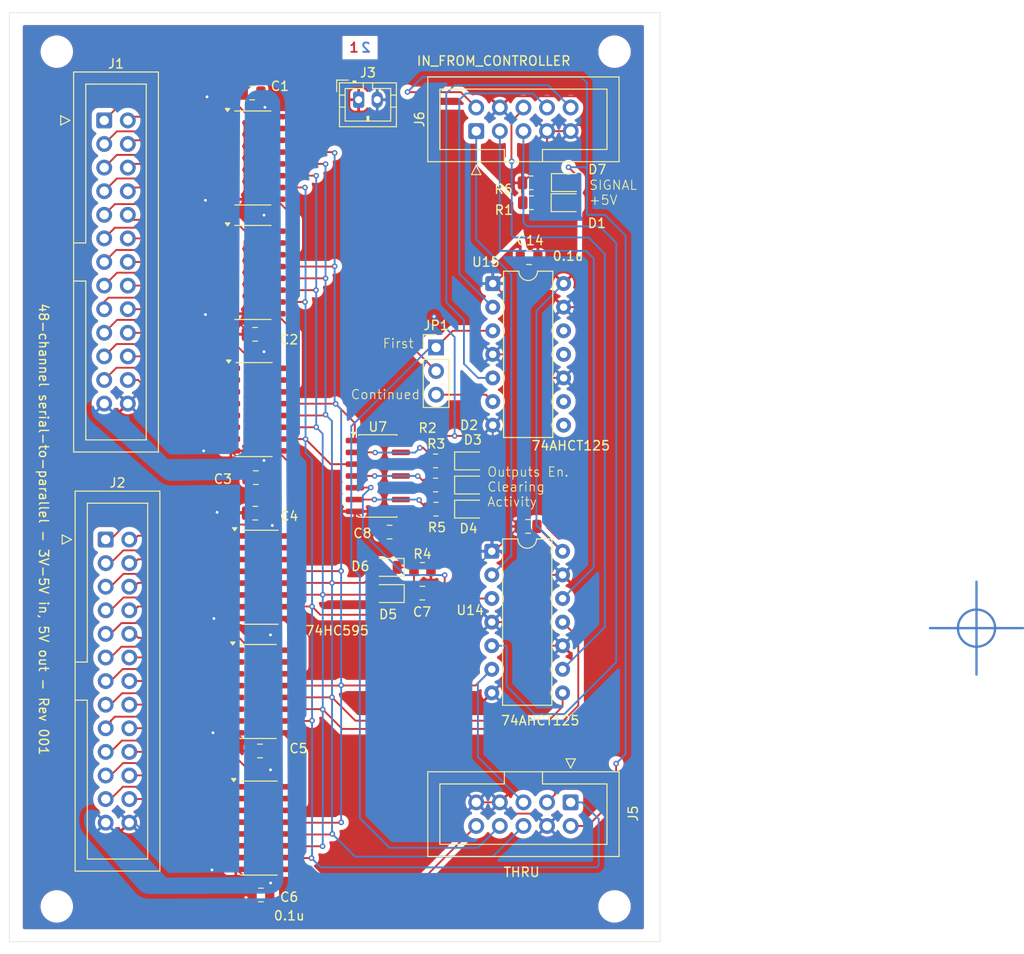
<source format=kicad_pcb>
(kicad_pcb (version 20241229) (generator "pcbnew") (generator_version "9.0")
  (layers (0 "F.Cu" signal) (2 "B.Cu" signal) (13 "F.Paste" user) (15 "B.Paste" user) (5 "F.SilkS" user "F.Silkscreen") (7 "B.SilkS" user "B.Silkscreen") (1 "F.Mask" user) (3 "B.Mask" user) (25 "Edge.Cuts" user))
  (net 0 "")
  (net 1 "GND")
  (net 2 "+5V")
  (net 3 "/block1/N17")
  (net 4 "/block1/N02")
  (net 5 "/block1/N11")
  (net 6 "/block1/N04")
  (net 7 "/block1/N23")
  (net 8 "/block1/N03")
  (net 9 "/block1/N21")
  (net 10 "/block1/N20")
  (net 11 "/block1/N05")
  (net 12 "/block1/N08")
  (net 13 "/block1/N10")
  (net 14 "/block1/N19")
  (net 15 "/block1/N06")
  (net 16 "/block1/N15")
  (net 17 "/block1/N22")
  (net 18 "/block1/N18")
  (net 19 "/block1/N01")
  (net 20 "/block1/N12")
  (net 21 "/block1/N13")
  (net 22 "/block1/N16")
  (net 23 "/block1/N14")
  (net 24 "/block1/N09")
  (net 25 "/block1/N24")
  (net 26 "/block1/N07")
  (net 27 "/block2/N15")
  (net 28 "/block2/N03")
  (net 29 "/block2/N17")
  (net 30 "/block2/N08")
  (net 31 "/block2/N20")
  (net 32 "/block2/N14")
  (net 33 "/block2/N18")
  (net 34 "/block2/N02")
  (net 35 "/block2/N19")
  (net 36 "/block2/N07")
  (net 37 "/block2/N05")
  (net 38 "/block2/N12")
  (net 39 "/block2/N24")
  (net 40 "/block2/N10")
  (net 41 "/block2/N01")
  (net 42 "/block2/N11")
  (net 43 "/block2/N22")
  (net 44 "/block2/N09")
  (net 45 "/block2/N06")
  (net 46 "/block2/N04")
  (net 47 "/block2/N16")
  (net 48 "/block2/N21")
  (net 49 "/block2/N23")
  (net 50 "/block2/N13")
  (net 51 "G_LATCH")
  (net 52 "G_SCK")
  (net 53 "G_OE_N")
  (net 54 "G_SRCLR")
  (net 55 "G_CARRY_OUT")
  (net 56 "G_MOSI")
  (net 57 "/SRCLR_IN")
  (net 58 "/CARRY_IN")
  (net 59 "/MOSI_IN")
  (net 60 "/SCK_IN")
  (net 61 "/OE_N_IN")
  (net 62 "/LATCH_IN")
  (net 63 "/block1/SER_IN")
  (net 64 "G_CARRY_IN")
  (net 65 "/block1/CARRY1")
  (net 66 "/block1/CARRY2")
  (net 67 "Net-(C7-Pad2)")
  (net 68 "/block2/CARRY1")
  (net 69 "/block2/CARRY2")
  (net 74 "Net-(D5-K)")
  (net 75 "Net-(D1-K)")
  (net 76 "Net-(D2-K)")
  (net 77 "Net-(D3-K)")
  (net 78 "Net-(D4-K)")
  (net 79 "Net-(D7-K)")
  (net 80 "VCC_PARENT")
  (net 81 "Net-(R2-Pad2)")
  (net 82 "Net-(R3-Pad2)")
  (net 83 "Net-(R5-Pad2)")
  (net 84 "/block1/CARRY_OUT")
  (footprint "Package_SO:SOP-16_3.9x9.9mm_P1.27mm" (layer "F.Cu") (at 43.22 58.525)
    (property "Reference" "U3" (hide yes))
    (property "Value" "74HC595")
  )
  (footprint "Connector_JST:JST_PH_B2B-PH-K_1x02_P2.00mm_Vertical" (layer "F.Cu") (at 54.47 25.17)
    (property "Reference" "J3")
    (property "Value" "Conn_01x02")
  )
  (footprint "Connector_IDC:IDC-Header_2x13_P2.54mm_Vertical" (layer "F.Cu") (at 27.26 72.51)
    (property "Reference" "J2")
    (property "Value" "Conn_02x13_Counter_Clockwise" (hide yes))
  )
  (footprint "Connector_IDC:IDC-Header_2x05_P2.54mm_Vertical" (layer "F.Cu") (at 67.12 28.5525 90)
    (property "Reference" "J6")
    (property "Value" "IN_FROM_CONTROLLER")
  )
  (footprint "Package_SO:SOP-16_3.9x9.9mm_P1.27mm" (layer "F.Cu") (at 43.86 76.57)
    (property "Reference" "U4" (hide yes))
    (property "Value" "74HC595")
  )
  (footprint "Package_SO:SOP-16_3.9x9.9mm_P1.27mm" (layer "F.Cu") (at 43.1 43.765)
    (property "Reference" "U2" (hide yes))
    (property "Value" "74HC595")
  )
  (footprint "Connector_IDC:IDC-Header_2x13_P2.54mm_Vertical" (layer "F.Cu") (at 27.1 27.4)
    (property "Reference" "J1")
    (property "Value" "Conn_02x13_Counter_Clockwise" (hide yes))
  )
  (footprint "Resistor_SMD:R_0805_2012Metric" (layer "F.Cu") (at 62.75 64.05 180)
    (property "Reference" "R2")
    (property "Value" "1k")
  )
  (footprint "Capacitor_SMD:C_0805_2012Metric" (layer "F.Cu") (at 61.33 78.28)
    (property "Reference" "C7")
    (property "Value" "100n")
  )
  (footprint "Capacitor_SMD:C_0805_2012Metric" (layer "F.Cu") (at 72.805 42.18 180)
    (property "Reference" "C14")
    (property "Value" "0.1u")
  )
  (footprint "Package_SO:SOP-16_3.9x9.9mm_P1.27mm" (layer "F.Cu") (at 43.76 103.57)
    (property "Reference" "U6" (hide yes))
    (property "Value" "74HC595")
  )
  (footprint "CustomLibrary:MountingHole_3mm_smallcourtyard" (layer "F.Cu") (at 22 112)
    (property "Reference" "REF**" (hide yes))
    (property "Value" "MountingHole_3mm_smallcourtyard" (hide yes))
  )
  (footprint "Package_SO:SOP-16_3.9x9.9mm_P1.27mm" (layer "F.Cu") (at 43.66 88.87)
    (property "Reference" "U5" (hide yes))
    (property "Value" "74HC595")
  )
  (footprint "Resistor_SMD:R_0805_2012Metric" (layer "F.Cu") (at 62.7475 66.645 180)
    (property "Reference" "R3")
    (property "Value" "1k")
  )
  (footprint "Capacitor_SMD:C_0805_2012Metric" (layer "F.Cu") (at 43.01 24.45)
    (property "Reference" "C1")
    (property "Value" "0.1u")
  )
  (footprint "Capacitor_SMD:C_0805_2012Metric" (layer "F.Cu") (at 43.34 50.42)
    (property "Reference" "C2")
    (property "Value" "0.1u")
  )
  (footprint "LED_SMD:LED_0805_2012Metric" (layer "F.Cu") (at 76.87 36.26)
    (property "Reference" "D1")
    (property "Value" "LED")
  )
  (footprint "LED_SMD:LED_0805_2012Metric" (layer "F.Cu") (at 66.48 69.24)
    (property "Reference" "D4")
    (property "Value" "LED")
  )
  (footprint "Capacitor_SMD:C_0805_2012Metric" (layer "F.Cu") (at 72.7 71.1 180)
    (property "Reference" "C13" (hide yes))
    (property "Value" "0.1u" (hide yes))
  )
  (footprint "Resistor_SMD:R_0805_2012Metric" (layer "F.Cu") (at 73.01 34.12 180)
    (property "Reference" "R6")
    (property "Value" "1k")
  )
  (footprint "Capacitor_SMD:C_0805_2012Metric" (layer "F.Cu") (at 57.8 71.71 180)
    (property "Reference" "C8")
    (property "Value" "0.1u")
  )
  (footprint "Connector_IDC:IDC-Header_2x05_P2.54mm_Vertical" (layer "F.Cu") (at 77.28 100.8 -90)
    (property "Reference" "J5")
    (property "Value" "THRU")
  )
  (footprint "Capacitor_SMD:C_0805_2012Metric" (layer "F.Cu") (at 43.96 110.77)
    (property "Reference" "C6")
    (property "Value" "0.1u")
  )
  (footprint "CustomLibrary:MountingHole_3mm_smallcourtyard" (layer "F.Cu") (at 82 112)
    (property "Reference" "REF**" (hide yes))
    (property "Value" "MountingHole_3mm_smallcourtyard" (hide yes))
  )
  (footprint "Diode_SMD:D_0805_2012Metric" (layer "F.Cu") (at 57.6775 75.51 180)
    (property "Reference" "D6")
    (property "Value" "1N4148")
  )
  (footprint "LED_SMD:LED_0805_2012Metric" (layer "F.Cu") (at 76.9 34.09)
    (property "Reference" "D7")
    (property "Value" "LED")
  )
  (footprint "LED_SMD:LED_0805_2012Metric" (layer "F.Cu") (at 66.48 64.05)
    (property "Reference" "D2")
    (property "Value" "LED")
  )
  (footprint "CustomLibrary:MountingHole_3mm_smallcourtyard" (layer "F.Cu") (at 22 20)
    (property "Reference" "REF**" (hide yes))
    (property "Value" "MountingHole_3mm_smallcourtyard" (hide yes))
  )
  (footprint "Resistor_SMD:R_0805_2012Metric" (layer "F.Cu") (at 62.7875 69.24 180)
    (property "Reference" "R5")
    (property "Value" "1k")
  )
  (footprint "Resistor_SMD:R_0805_2012Metric" (layer "F.Cu") (at 61.3375 75.73)
    (property "Reference" "R4")
    (property "Value" "220k")
  )
  (footprint "Connector_PinHeader_2.54mm:PinHeader_1x03_P2.54mm_Vertical" (layer "F.Cu") (at 62.805 51.84)
    (property "Reference" "JP1")
    (property "Value" "First/Continued" (hide yes))
  )
  (footprint "Capacitor_SMD:C_0805_2012Metric" (layer "F.Cu") (at 43.36 69.67)
    (property "Reference" "C4")
    (property "Value" "0.1u")
  )
  (footprint "Diode_SMD:D_0805_2012Metric" (layer "F.Cu") (at 57.6875 78.33 180)
    (property "Reference" "D5")
    (property "Value" "1N4148")
  )
  (footprint "Package_SO:SOIC-14_3.9x8.7mm_P1.27mm" (layer "F.Cu") (at 56.535 65.67)
    (property "Reference" "U7")
    (property "Value" "74HC14")
  )
  (footprint "Capacitor_SMD:C_0805_2012Metric" (layer "F.Cu") (at 43.86 95.27)
    (property "Reference" "C5")
    (property "Value" "0.1u")
  )
  (footprint "CustomLibrary:MountingHole_3mm_smallcourtyard" (layer "F.Cu") (at 82 20)
    (property "Reference" "REF**" (hide yes))
    (property "Value" "MountingHole_3mm_smallcourtyard" (hide yes))
  )
  (footprint "LED_SMD:LED_0805_2012Metric" (layer "F.Cu") (at 66.48 66.645)
    (property "Reference" "D3")
    (property "Value" "LED")
  )
  (footprint "Package_DIP:DIP-14_W7.62mm" (layer "F.Cu") (at 68.795 73.78)
    (property "Reference" "U14")
    (property "Value" "74AHCT125")
  )
  (footprint "Symbol:LayerMarker_2_3.81x2.54mm_TextH1mm_P1.27mm_BottomMirrored" (layer "F.Cu") (at 53.985 20.835)
    (property "Reference" "REF**" (hide yes))
    (property "Value" "LayerMarker_2_3.81x2.54mm_TextH1mm_P1.27mm_BottomMirrored" (hide yes))
  )
  (footprint "Package_SO:SOP-16_3.9x9.9mm_P1.27mm" (layer "F.Cu") (at 43.09 31.445)
    (property "Reference" "U1" (hide yes))
    (property "Value" "74HC595")
  )
  (footprint "Resistor_SMD:R_0805_2012Metric" (layer "F.Cu") (at 73.04 36.26 180)
    (property "Reference" "R1")
    (property "Value" "1k")
  )
  (footprint "Package_DIP:DIP-14_W7.62mm" (layer "F.Cu") (at 68.9 44.96)
    (property "Reference" "U15")
    (property "Value" "74AHCT125")
  )
  (footprint "Capacitor_SMD:C_0805_2012Metric" (layer "F.Cu") (at 43.41 65.85)
    (property "Reference" "C3")
    (property "Value" "0.1u")
  )
  (gr_circle (center 120.94 82.05) (end 122.94 82.05) (stroke (width 0.25)) (fill no) (layer "B.Cu"))
  (gr_line (start 115.94 82.05) (end 125.94 82.05) (stroke (width 0.25)) (layer "B.Cu"))
  (gr_line (start 120.94 77.05) (end 120.94 87.05) (stroke (width 0.25)) (layer "B.Cu"))
  (gr_rect (start 16.9 15.8) (end 86.9 115.8) (stroke (width 0.05)) (fill no) (layer "Edge.Cuts"))
  (gr_text "Outputs En.\nClearing\nActivity" (at 68.25 69.04 0) (layer "F.SilkS") (effects (font (size 1 1) (thickness 0.1)) (justify left bottom)))
  (gr_text "48-channel serial-to-parallel - 3V-5V in, 5V out - Rev 001" (at 20 47 270) (layer "F.SilkS") (effects (font (size 1 1)) (justify left bottom)))
  (gr_text "SIGNAL\n+5V" (at 79.21 36.56 0) (layer "F.SilkS") (effects (font (size 1 1) (thickness 0.1)) (justify left bottom)))
  (gr_text "First" (at 57 52 0) (layer "F.SilkS") (effects (font (size 1 1) (thickness 0.1)) (justify left bottom)))
  (gr_text "Continued" (at 53.57 57.49 0) (layer "F.SilkS") (effects (font (size 1 1) (thickness 0.1)) (justify left bottom)))
  (segment (start 72.5 56.6) (end 68.9 60.2) (width 0.2) (layer "F.Cu") (net 1))
  (segment (start 72.5 76.6) (end 72.5 81.4) (width 0.2) (layer "F.Cu") (net 1))
  (segment (start 69.66 26.0125) (end 66.3975 22.75) (width 0.2) (layer "F.Cu") (net 1))
  (segment (start 79 27.9) (end 77.9325 27.9) (width 0.2) (layer "F.Cu") (net 1))
  (segment (start 67.12 100.8) (end 69.66 100.8) (width 0.2) (layer "F.Cu") (net 1))
  (segment (start 74.74 31.4775) (end 74.74 28.5525) (width 0.2) (layer "F.Cu") (net 1))
  (segment (start 68.9 60.2) (end 68.9 68.25) (width 0.2) (layer "F.Cu") (net 1))
  (segment (start 69.66 26.0125) (end 70.8725 24.8) (width 0.2) (layer "F.Cu") (net 1))
  (segment (start 79 46.7) (end 78.2 47.5) (width 0.2) (layer "F.Cu") (net 1))
  (segment (start 41.3 93.31) (end 38.8 93.31) (width 0.2) (layer "F.Cu") (net 1))
  (segment (start 66.3975 22.75) (end 56.44 22.75) (width 0.2) (layer "F.Cu") (net 1))
  (segment (start 39.91 24.45) (end 39.88 24.48) (width 0.2) (layer "F.Cu") (net 1))
  (segment (start 79 25.9) (end 79 27.9) (width 0.2) (layer "F.Cu") (net 1))
  (segment (start 41.3 93.31) (end 43.09 95.1) (width 0.2) (layer "F.Cu") (net 1))
  (segment (start 70.8725 24.8) (end 77.9 24.8) (width 0.2) (layer "F.Cu") (net 1))
  (segment (start 41.42 108.07) (end 43.06 109.71) (width 0.2) (layer "F.Cu") (net 1))
  (segment (start 76.415 76.32) (end 72.78 76.32) (width 0.2) (layer "F.Cu") (net 1))
  (segment (start 68.9 44.96) (end 73.98 44.96) (width 0.2) (layer "F.Cu") (net 1))
  (segment (start 78.2 47.5) (end 76.52 47.5) (width 0.2) (layer "F.Cu") (net 1))
  (segment (start 39.88 24.48) (end 38.54 24.48) (width 0.2) (layer "F.Cu") (net 1))
  (segment (start 76.52 55.12) (end 75.02 55.12) (width 0.2) (layer "F.Cu") (net 1))
  (segment (start 77.28 28.5525) (end 74.74 28.5525) (width 0.2) (layer "F.Cu") (net 1))
  (segment (start 41.36 81.015) (end 38.9 81.015) (width 0.2) (layer "F.Cu") (net 1))
  (segment (start 62.38 73.78) (end 68.795 73.78) (width 0.2) (layer "F.Cu") (net 1))
  (segment (start 56.47 25.17) (end 56.47 22.78) (width 0.2) (layer "F.Cu") (net 1))
  (segment (start 42.06 24.45) (end 39.91 24.45) (width 0.2) (layer "F.Cu") (net 1))
  (segment (start 40.59 35.89) (end 38 35.89) (width 0.2) (layer "F.Cu") (net 1))
  (segment (start 68.9 44.96) (end 72.5 48.56) (width 0.2) (layer "F.Cu") (net 1))
  (segment (start 42.46 65.85) (end 42.46 69.62) (width 0.2) (layer "F.Cu") (net 1))
  (segment (start 76.415 83.94) (end 74.84 83.94) (width 0.2) (layer "F.Cu") (net 1))
  (segment (start 69.66 100.8) (end 70.87 102.01) (width 0.2) (layer "F.Cu") (net 1))
  (segment (start 42.76 69.55) (end 40.61 69.55) (width 0.2) (layer "F.Cu") (net 1))
  (segment (start 72.78 76.32) (end 72.5 76.6) (width 0.2) (layer "F.Cu") (net 1))
  (segment (start 41.42 108.07) (end 38.69 108.07) (width 0.2) (layer "F.Cu") (net 1))
  (segment (start 69.07 73.78) (end 71.75 71.1) (width 0.2) (layer "F.Cu") (net 1))
  (segment (start 38.54 24.48) (end 38.16 24.86) (width 0.2) (layer "F.Cu") (net 1))
  (segment (start 75.02 55.12) (end 72.5 52.6) (width 0.2) (layer "F.Cu") (net 1))
  (segment (start 72.5 81.4) (end 72.5 81.6) (width 0.2) (layer "F.Cu") (net 1))
  (segment (start 42.36 64.61) (end 42.36 65.41) (width 0.2) (layer "F.Cu") (net 1))
  (segment (start 73.41 102.01) (end 74.74 103.34) (width 0.2) (layer "F.Cu") (net 1))
  (segment (start 72.22 52.58) (end 72.5 52.3) (width 0.2) (layer "F.Cu") (net 1))
  (segment (start 40.6 48.21) (end 42.39 50) (width 0.2) (layer "F.Cu") (net 1))
  (segment (start 58.36 73.78) (end 62.38 73.78) (width 0.2) (layer "F.Cu") (net 1))
  (segment (start 40.6 48.21) (end 38.04 48.21) (width 0.2) (layer "F.Cu") (net 1))
  (segment (start 72.5 52.6) (end 72.5 56.6) (width 0.2) (layer "F.Cu") (net 1))
  (segment (start 54.06 69.48) (end 58.36 73.78) (width 0.2) (layer "F.Cu") (net 1))
  (segment (start 72.0975 34.12) (end 74.74 31.4775) (width 0.2) (layer "F.Cu") (net 1))
  (segment (start 72.5 81.6) (end 72.5 85.315) (width 0.2) (layer "F.Cu") (net 1))
  (segment (start 79 32.8125) (end 79 46.7) (width 0.2) (layer "F.Cu") (net 1))
  (segment (start 62.25 73.91) (end 62.38 73.78) (width 0.2) (layer "F.Cu") (net 1))
  (segment (start 71.855 42.18) (end 69.075 44.96) (width 0.2) (layer "F.Cu") (net 1))
  (segment (start 56.47 22.78) (end 56.44 22.75) (width 0.2) (layer "F.Cu") (net 1))
  (segment (start 40.58 69.58) (end 39.24 69.58) (width 0.2) (layer "F.Cu") (net 1))
  (segment (start 73.98 44.96) (end 76.52 47.5) (width 0.2) (layer "F.Cu") (net 1))
  (segment (start 68.9 68.25) (end 71.75 71.1) (width 0.2) (layer "F.Cu") (net 1))
  (segment (start 68.9 52.58) (end 72.22 52.58) (width 0.2) (layer "F.Cu") (net 1))
  (segment (start 43.76 22.75) (end 42.06 24.45) (width 0.2) (layer "F.Cu") (net 1))
  (segment (start 40.72 62.97) (end 42.36 64.61) (width 0.2) (layer "F.Cu") (net 1))
  (segment (start 72.5 52.3) (end 72.5 52.6) (width 0.2) (layer "F.Cu") (net 1))
  (segment (start 77.9 24.8) (end 79 25.9) (width 0.2) (layer "F.Cu") (net 1))
  (segment (start 72.5 48.56) (end 72.5 52.3) (width 0.2) (layer "F.Cu") (net 1))
  (segment (start 72.5 85.315) (end 68.795 89.02) (width 0.2) (layer "F.Cu") (net 1))
  (segment (start 70.87 102.01) (end 73.41 102.01) (width 0.2) (layer "F.Cu") (net 1))
  (segment (start 43.06 109.71) (end 43.06 110.51) (width 0.2) (layer "F.Cu") (net 1))
  (segment (start 38.04 48.21) (end 37.99 48.26) (width 0.2) (layer "F.Cu") (net 1))
  (segment (start 68.795 73.78) (end 69.68 73.78) (width 0.2) (layer "F.Cu") (net 1))
  (segment (start 68.795 81.4) (end 72.5 81.4) (width 0.2) (layer "F.Cu") (net 1))
  (segment (start 40.72 62.97) (end 37.99 62.97) (width 0.2) (layer "F.Cu") (net 1))
  (segment (start 74.74 28.5525) (end 79 32.8125) (width 0.2) (layer "F.Cu") (net 1))
  (segment (start 77.9325 27.9) (end 77.28 28.5525) (width 0.2) (layer "F.Cu") (net 1))
  (segment (start 72.1275 36.26) (end 72.1275 34.15) (width 0.2) (layer "F.Cu") (net 1))
  (segment (start 56.44 22.75) (end 43.76 22.75) (width 0.2) (layer "F.Cu") (net 1))
  (segment (start 62.25 75.73) (end 62.25 73.91) (width 0.2) (layer "F.Cu") (net 1))
  (segment (start 74.84 83.94) (end 72.5 81.6) (width 0.2) (layer "F.Cu") (net 1))
  (segment (start 69.68 73.78) (end 72.5 76.6) (width 0.2) (layer "F.Cu") (net 1))
  (segment (start 40.61 69.55) (end 40.58 69.58) (width 0.2) (layer "F.Cu") (net 1))
  (via (at 39.24 69.58) (size 0.6) (drill 0.3) (layers "F.Cu" "B.Cu") (net 1))
  (via (at 37.8 62.97) (size 0.6) (drill 0.3) (layers "F.Cu" "B.Cu") (net 1))
  (via (at 37.99 36) (size 0.6) (drill 0.3) (layers "F.Cu" "B.Cu") (net 1))
  (via (at 38.16 24.86) (size 0.6) (drill 0.3) (layers "F.Cu" "B.Cu") (net 1))
  (via (at 38.9 81.015) (size 0.6) (drill 0.3) (layers "F.Cu" "B.Cu") (net 1))
  (via (at 37.99 48.3) (size 0.6) (drill 0.3) (layers "F.Cu" "B.Cu") (net 1))
  (via (at 38.8 93.31) (size 0.6) (drill 0.3) (layers "F.Cu" "B.Cu") (net 1))
  (via (at 38.69 108.07) (size 0.6) (drill 0.3) (layers "F.Cu" "B.Cu") (net 1))
  (segment (start 38.69 70.13) (end 38.68 70.12) (width 0.2) (layer "B.Cu") (net 1))
  (segment (start 38.69 108.07) (end 38.69 70.13) (width 0.2) (layer "B.Cu") (net 1))
  (segment (start 68.9 60.2) (end 68.9 73.78) (width 0.2) (layer "B.Cu") (net 1))
  (segment (start 26.57 25.03) (end 37.99 25.03) (width 0.2) (layer "B.Cu") (net 1))
  (segment (start 39.24 69.58) (end 24.15 69.58) (width 0.2) (layer "B.Cu") (net 1))
  (segment (start 24.15 69.58) (end 24 69.73) (width 0.2) (layer "B.Cu") (net 1))
  (segment (start 37.99 62.97) (end 37.99 48.3) (width 0.2) (layer "B.Cu") (net 1))
  (segment (start 34.73 62.97) (end 29.64 57.88) (width 0.2) (layer "B.Cu") (net 1))
  (segment (start 37.99 48.26) (end 37.99 36) (width 0.2) (layer "B.Cu") (net 1))
  (segment (start 65.86 76.715) (end 65.86 99.54) (width 0.2) (layer "B.Cu") (net 1))
  (segment (start 39.22 69.58) (end 38.68 70.12) (width 0.2) (layer "B.Cu") (net 1))
  (segment (start 26.57 25.03) (end 24 27.6) (width 0.2) (layer "B.Cu") (net 1))
  (segment (start 39.24 69.58) (end 39.22 69.58) (width 0.2) (layer "B.Cu") (net 1))
  (segment (start 37.8 62.97) (end 34.73 62.97) (width 0.2) (layer "B.Cu") (net 1))
  (segment (start 68.795 73.78) (end 65.86 76.715) (width 0.2) (layer "B.Cu") (net 1))
  (segment (start 37.99 36) (end 37.99 25.03) (width 0.2) (layer "B.Cu") (net 1))
  (segment (start 35.43 108.07) (end 30.34 102.98) (width 0.2) (layer "B.Cu") (net 1))
  (segment (start 37.99 62.97) (end 37.8 62.97) (width 0.2) (layer "B.Cu") (net 1))
  (segment (start 65.86 99.54) (end 67.12 100.8) (width 0.2) (layer "B.Cu") (net 1))
  (segment (start 24 27.6) (end 24 69.73) (width 0.2) (layer "B.Cu") (net 1))
  (segment (start 38.69 108.07) (end 35.43 108.07) (width 0.2) (layer "B.Cu") (net 1))
  (segment (start 37.99 48.3) (end 37.99 48.26) (width 0.2) (layer "B.Cu") (net 1))
  (segment (start 67.4175 62.7475) (end 67.4175 64.05) (width 0.2) (layer "F.Cu") (net 2))
  (segment (start 64.1 30.1) (end 64.1 29.0325) (width 0.2) (layer "F.Cu") (net 2))
  (segment (start 62.0675 27) (end 64.1 29.0325) (width 0.2) (layer "F.Cu") (net 2))
  (segment (start 44.99 83.11) (end 44.99 82.78) (width 0.2) (layer "F.Cu") (net 2))
  (segment (start 45.185 70.995) (end 44.66 70.47) (width 0.2) (layer "F.Cu") (net 2))
  (segment (start 44.29 52.11) (end 44.29 50.42) (width 0.2) (layer "F.Cu") (net 2))
  (segment (start 73.755 39.755) (end 72.54 38.54) (width 0.2) (layer "F.Cu") (net 2))
  (segment (start 72.54 38.56) (end 62.59 48.51) (width 0.2) (layer "F.Cu") (net 2))
  (segment (start 44.66 70.47) (end 44.66 69.55) (width 0.2) (layer "F.Cu") (net 2))
  (segment (start 54.53 27) (end 62.0675 27) (width 0.2) (layer "F.Cu") (net 2))
  (segment (start 54.47 26.94) (end 54.53 27) (width 0.2) (layer "F.Cu") (net 2))
  (segment (start 58.75 71.71) (end 66.59 71.71) (width 0.2) (layer "F.Cu") (net 2))
  (segment (start 44.29 64) (end 44.29 65.78) (width 0.2) (layer "F.Cu") (net 2))
  (segment (start 64.1 30.1) (end 72.54 38.54) (width 0.2) (layer "F.Cu") (net 2))
  (segment (start 45 109.48) (end 45 110.89) (width 0.2) (layer "F.Cu") (net 2))
  (segment (start 73.755 42.18) (end 76.52 44.945) (width 0.2) (layer "F.Cu") (net 2))
  (segment (start 73.755 39.755) (end 74.3125 39.755) (width 0.2) (layer "F.Cu") (net 2))
  (segment (start 60.2 61.36) (end 64.8 61.36) (width 0.2) (layer "F.Cu") (net 2))
  (segment (start 72.54 38.54) (end 72.54 38.56) (width 0.2) (layer "F.Cu") (net 2))
  (segment (start 43.96 25.37) (end 45.59 27) (width 0.2) (layer "F.Cu") (net 2))
  (segment (start 44.29 52.3) (end 44.29 52.11) (width 0.2) (layer "F.Cu") (net 2))
  (segment (start 74.3125 39.755) (end 77.8075 36.26) (width 0.2) (layer "F.Cu") (net 2))
  (segment (start 67.4175 70.8825) (end 67.4175 69.24) (width 0.2) (layer "F.Cu") (net 2))
  (segment (start 66.59 71.71) (end 67.4175 70.8825) (width 0.2) (layer "F.Cu") (net 2))
  (segment (start 67.4175 64.05) (end 67.4175 66.645) (width 0.2) (layer "F.Cu") (net 2))
  (segment (start 45.72 54.08) (end 44.29 52.65) (width 0.2) (layer "F.Cu") (net 2))
  (segment (start 44.99 97.75) (end 44.99 97.3) (width 0.2) (layer "F.Cu") (net 2))
  (segment (start 67.4175 69.24) (end 67.4175 66.645) (width 0.2) (layer "F.Cu") (net 2))
  (segment (start 73.755 42.18) (end 73.755 39.755) (width 0.2) (layer "F.Cu") (net 2))
  (segment (start 44.29 65.78) (end 44.36 65.85) (width 0.2) (layer "F.Cu") (net 2))
  (segment (start 45.59 27) (end 54.53 27) (width 0.2) (layer "F.Cu") (net 2))
  (segment (start 73.65 71.1) (end 76.33 73.78) (width 0.2) (layer "F.Cu") (net 2))
  (segment (start 46.29 72.1) (end 45.185 70.995) (width 0.2) (layer "F.Cu") (net 2))
  (segment (start 54.47 25.17) (end 54.47 26.94) (width 0.2) (layer "F.Cu") (net 2))
  (segment (start 44.36 65.85) (end 44.36 69.62) (width 0.2) (layer "F.Cu") (net 2))
  (segment (start 44.29 38.01) (end 44.29 37.68) (width 0.2) (layer "F.Cu") (net 2))
  (segment (start 46.3 84.42) (end 44.99 83.11) (width 0.2) (layer "F.Cu") (net 2))
  (segment (start 59.7 61.86) (end 60.2 61.36) (width 0.2) (layer "F.Cu") (net 2))
  (segment (start 64.8 61.36) (end 66.03 61.36) (width 0.2) (layer "F.Cu") (net 2))
  (segment (start 44.29 52.65) (end 44.29 52.3) (width 0.2) (layer "F.Cu") (net 2))
  (segment (start 66.03 61.36) (end 67.4175 62.7475) (width 0.2) (layer "F.Cu") (net 2))
  (segment (start 45.6 39.32) (end 44.29 38.01) (width 0.2) (layer "F.Cu") (net 2))
  (segment (start 43.96 25.37) (end 43.96 24.45) (width 0.2) (layer "F.Cu") (net 2))
  (segment (start 46.42 99.18) (end 44.99 97.75) (width 0.2) (layer "F.Cu") (net 2))
  (segment (start 44.99 97.21) (end 44.99 95.52) (width 0.2) (layer "F.Cu") (net 2))
  (segment (start 44.99 97.3) (end 44.99 97.21) (width 0.2) (layer "F.Cu") (net 2))
  (via (at 44.29 37.6) (size 0.6) (drill 0.3) (layers "F.Cu" "B.Cu") (net 2))
  (via (at 62.59 48.51) (size 0.6) (drill 0.3) (layers "F.Cu" "B.Cu") (net 2))
  (via (at 44.99 97.3) (size 0.6) (drill 0.3) (layers "F.Cu" "B.Cu") (net 2))
  (via (at 45.185 70.995) (size 0.6) (drill 0.3) (layers "F.Cu" "B.Cu") (net 2))
  (via (at 44.39 25.99) (size 0.6) (drill 0.3) (layers "F.Cu" "B.Cu") (net 2))
  (via (at 45 109.48) (size 0.6) (drill 0.3) (layers "F.Cu" "B.Cu") (net 2))
  (via (at 44.99 82.78) (size 0.6) (drill 0.3) (layers "F.Cu" "B.Cu") (net 2))
  (via (at 44.29 64) (size 0.6) (drill 0.3) (layers "F.Cu" "B.Cu") (net 2))
  (via (at 44.29 52.3) (size 0.6) (drill 0.3) (layers "F.Cu" "B.Cu") (net 2))
  (via (at 64.8 61.36) (size 0.6) (drill 0.3) (layers "F.Cu" "B.Cu") (net 2))
  (segment (start 27.1 57.88) (end 33.6 64.38) (width 0.2) (layer "B.Cu") (net 2))
  (segment (start 44.3 64.38) (end 44.3 70.11) (width 0.2) (layer "B.Cu") (net 2))
  (segment (start 45.185 70.995) (end 44.99 71.19) (width 0.2) (layer "B.Cu") (net 2))
  (segment (start 73.6 47.88) (end 73.6 71.1) (width 0.2) (layer "B.Cu") (net 2))
  (segment (start 44.29 64) (end 44.29 64.37) (width 0.2) (layer "B.Cu") (net 2))
  (segment (start 44.29 52.11) (end 44.29 37.68) (width 0.2) (layer "B.Cu") (net 2))
  (segment (start 44.39 25.99) (end 44.29 26.09) (width 0.2) (layer "B.Cu") (net 2))
  (segment (start 73.6 71.1) (end 73.735 71.1) (width 0.2) (layer "B.Cu") (net 2))
  (segment (start 44.29 64.37) (end 44.3 64.38) (width 0.2) (layer "B.Cu") (net 2))
  (segment (start 44.29 26.09) (end 44.29 37.6) (width 0.2) (layer "B.Cu") (net 2))
  (segment (start 44.29 52.11) (end 44.29 64) (width 0.2) (layer "B.Cu") (net 2))
  (segment (start 33.75 109.48) (end 45 109.48) (width 0.2) (layer "B.Cu") (net 2))
  (segment (start 27.26 102.99) (end 33.75 109.48) (width 0.2) (layer "B.Cu") (net 2))
  (segment (start 64.8 50.72) (end 64.8 61.36) (width 0.2) (layer "B.Cu") (net 2))
  (segment (start 44.99 109.47) (end 45 109.48) (width 0.2) (layer "B.Cu") (net 2))
  (segment (start 44.3 70.11) (end 45.185 70.995) (width 0.2) (layer "B.Cu") (net 2))
  (segment (start 62.59 48.51) (end 64.8 50.72) (width 0.2) (layer "B.Cu") (net 2))
  (segment (start 44.99 97.21) (end 44.99 109.47) (width 0.2) (layer "B.Cu") (net 2))
  (segment (start 44.99 71.19) (end 44.99 82.78) (width 0.2) (layer "B.Cu") (net 2))
  (segment (start 44.29 37.68) (end 44.29 37.6) (width 0.2) (layer "B.Cu") (net 2))
  (segment (start 33.6 64.38) (end 44.3 64.38) (width 0.2) (layer "B.Cu") (net 2))
  (segment (start 44.99 97.21) (end 44.99 82.78) (width 0.2) (layer "B.Cu") (net 2))
  (segment (start 73.735 71.1) (end 76.415 73.78) (width 0.2) (layer "B.Cu") (net 2))
  (segment (start 76.52 44.96) (end 73.6 47.88) (width 0.2) (layer "B.Cu") (net 2))
  (segment (start 42.44 55.24) (end 42.44 52.73) (width 0.2) (layer "F.Cu") (net 3))
  (segment (start 45.72 55.35) (end 42.55 55.35) (width 0.2) (layer "F.Cu") (net 3))
  (segment (start 27.55 46.48) (end 27.1 46.93) (width 0.2) (layer "F.Cu") (net 3))
  (segment (start 27.1 46.93) (end 27.1 47.72) (width 0.2) (layer "F.Cu") (net 3))
  (segment (start 42.55 55.35) (end 42.44 55.24) (width 0.2) (layer "F.Cu") (net 3))
  (segment (start 31.67 46.48) (end 27.55 46.48) (width 0.2) (layer "F.Cu") (net 3))
  (segment (start 35.86 50.67) (end 31.67 46.48) (width 0.2) (layer "F.Cu") (net 3))
  (segment (start 40.38 50.67) (end 35.86 50.67) (width 0.2) (layer "F.Cu") (net 3))
  (segment (start 42.44 52.73) (end 40.38 50.67) (width 0.2) (layer "F.Cu") (net 3))
  (segment (start 40.59 27) (end 30.04 27) (width 0.2) (layer "F.Cu") (net 4))
  (segment (start 37.759 38.949) (end 28.251 38.949) (width 0.2) (layer "F.Cu") (net 5))
  (segment (start 39.4 40.59) (end 37.759 38.949) (width 0.2) (layer "F.Cu") (net 5))
  (segment (start 40.6 40.59) (end 39.4 40.59) (width 0.2) (layer "F.Cu") (net 5))
  (segment (start 28.251 38.949) (end 27.1 40.1) (width 0.2) (layer "F.Cu") (net 5))
  (segment (start 40.59 29.54) (end 30.04 29.54) (width 0.2) (layer "F.Cu") (net 6))
  (segment (start 37.17 60.43) (end 30.76 54.02) (width 0.2) (layer "F.Cu") (net 7))
  (segment (start 40.72 60.43) (end 37.17 60.43) (width 0.2) (layer "F.Cu") (net 7))
  (segment (start 28.42 54.02) (end 27.1 55.34) (width 0.2) (layer "F.Cu") (net 7))
  (segment (start 30.76 54.02) (end 28.42 54.02) (width 0.2) (layer "F.Cu") (net 7))
  (segment (start 40.59 28.27) (end 40.28 28.58) (width 0.2) (layer "F.Cu") (net 8))
  (segment (start 40.28 28.58) (end 28.46 28.58) (width 0.2) (layer "F.Cu") (net 8))
  (segment (start 28.46 28.58) (end 27.1 29.94) (width 0.2) (layer "F.Cu") (net 8))
  (segment (start 31 51.47) (end 28.43 51.47) (width 0.2) (layer "F.Cu") (net 9))
  (segment (start 37.42 57.89) (end 31 51.47) (width 0.2) (layer "F.Cu") (net 9))
  (segment (start 28.43 51.47) (end 27.1 52.8) (width 0.2) (layer "F.Cu") (net 9))
  (segment (start 40.72 57.89) (end 37.42 57.89) (width 0.2) (layer "F.Cu") (net 9))
  (segment (start 31.14 50.26) (end 29.64 50.26) (width 0.2) (layer "F.Cu") (net 10))
  (segment (start 40.72 56.62) (end 37.5 56.62) (width 0.2) (layer "F.Cu") (net 10))
  (segment (start 37.5 56.62) (end 31.14 50.26) (width 0.2) (layer "F.Cu") (net 10))
  (segment (start 28.47 31.11) (end 27.1 32.48) (width 0.2) (layer "F.Cu") (net 11))
  (segment (start 40.29 31.11) (end 28.47 31.11) (width 0.2) (layer "F.Cu") (net 11))
  (segment (start 40.59 30.81) (end 40.29 31.11) (width 0.2) (layer "F.Cu") (net 11))
  (segment (start 40.59 34.62) (end 30.04 34.62) (width 0.2) (layer "F.Cu") (net 12))
  (segment (start 30.18 38.1) (end 29.64 37.56) (width 0.2) (layer "F.Cu") (net 13))
  (segment (start 39.38 38.1) (end 30.18 38.1) (width 0.2) (layer "F.Cu") (net 13))
  (segment (start 40.6 39.32) (end 39.38 38.1) (width 0.2) (layer "F.Cu") (net 13))
  (segment (start 40.72 55.35) (end 37.59 55.35) (width 0.2) (layer "F.Cu") (net 14))
  (segment (start 28.49 48.87) (end 27.1 50.26) (width 0.2) (layer "F.Cu") (net 14))
  (segment (start 31.11 48.87) (end 28.49 48.87) (width 0.2) (layer "F.Cu") (net 14))
  (segment (start 37.59 55.35) (end 31.11 48.87) (width 0.2) (layer "F.Cu") (net 14))
  (segment (start 40.59 32.08) (end 30.04 32.08) (width 0.2) (layer "F.Cu") (net 15))
  (segment (start 36.28 45.67) (end 34.401 43.791) (width 0.2) (layer "F.Cu") (net 16))
  (segment (start 34.401 43.791) (end 28.489 43.791) (width 0.2) (layer "F.Cu") (net 16))
  (segment (start 28.489 43.791) (end 27.1 45.18) (width 0.2) (layer "F.Cu") (net 16))
  (segment (start 40.6 45.67) (end 36.28 45.67) (width 0.2) (layer "F.Cu") (net 16))
  (segment (start 40.72 59.16) (end 37.39 59.16) (width 0.2) (layer "F.Cu") (net 17))
  (segment (start 37.39 59.16) (end 31.03 52.8) (width 0.2) (layer "F.Cu") (net 17))
  (segment (start 31.03 52.8) (end 29.64 52.8) (width 0.2) (layer "F.Cu") (net 17))
  (segment (start 31.56 47.72) (end 29.64 47.72) (width 0.2) (layer "F.Cu") (net 18))
  (segment (start 40.72 54.08) (end 37.92 54.08) (width 0.2) (layer "F.Cu") (net 18))
  (segment (start 37.92 54.08) (end 31.56 47.72) (width 0.2) (layer "F.Cu") (net 18))
  (segment (start 41.5 25.8) (end 28.7 25.8) (width 0.2) (layer "F.Cu") (net 19))
  (segment (start 45.59 28.27) (end 43.97 28.27) (width 0.2) (layer "F.Cu") (net 19))
  (segment (start 43.97 28.27) (end 41.5 25.8) (width 0.2) (layer "F.Cu") (net 19))
  (segment (start 28.7 25.8) (end 27.1 27.4) (width 0.2) (layer "F.Cu") (net 19))
  (segment (start 38.83 41.86) (end 37.07 40.1) (width 0.2) (layer "F.Cu") (net 20))
  (segment (start 40.6 41.86) (end 38.83 41.86) (width 0.2) (layer "F.Cu") (net 20))
  (segment (start 37.07 40.1) (end 29.64 40.1) (width 0.2) (layer "F.Cu") (net 20))
  (segment (start 40.6 43.13) (end 38.01 43.13) (width 0.2) (layer "F.Cu") (net 21))
  (segment (start 28.39 41.35) (end 27.1 42.64) (width 0.2) (layer "F.Cu") (net 21))
  (segment (start 36.23 41.35) (end 28.39 41.35) (width 0.2) (layer "F.Cu") (net 21))
  (segment (start 38.01 43.13) (end 36.23 41.35) (width 0.2) (layer "F.Cu") (net 21))
  (segment (start 33.95 45.14) (end 33.91 45.18) (width 0.2) (layer "F.Cu") (net 22))
  (segment (start 40.6 46.94) (end 35.75 46.94) (width 0.2) (layer "F.Cu") (net 22))
  (segment (start 33.91 45.18) (end 29.64 45.18) (width 0.2) (layer "F.Cu") (net 22))
  (segment (start 35.75 46.94) (end 33.95 45.14) (width 0.2) (layer "F.Cu") (net 22))
  (segment (start 36.66 44.4) (end 34.9 42.64) (width 0.2) (layer "F.Cu") (net 23))
  (segment (start 40.6 44.4) (end 36.66 44.4) (width 0.2) (layer "F.Cu") (net 23))
  (segment (start 34.9 42.64) (end 29.64 42.64) (width 0.2) (layer "F.Cu") (net 23))
  (segment (start 33.1 37.3) (end 40.221968 37.3) (width 0.2) (layer "F.Cu") (net 24))
  (segment (start 32.209 36.409) (end 33.1 37.3) (width 0.2) (layer "F.Cu") (net 24))
  (segment (start 28.251 36.409) (end 32.209 36.409) (width 0.2) (layer "F.Cu") (net 24))
  (segment (start 27.1 37.56) (end 28.251 36.409) (width 0.2) (layer "F.Cu") (net 24))
  (segment (start 40.221968 37.3) (end 43.511968 40.59) (width 0.2) (layer "F.Cu") (net 24))
  (segment (start 43.511968 40.59) (end 45.6 40.59) (width 0.2) (layer "F.Cu") (net 24))
  (segment (start 40.72 61.7) (end 37.11 61.7) (width 0.2) (layer "F.Cu") (net 25))
  (segment (start 37.11 61.7) (end 30.75 55.34) (width 0.2) (layer "F.Cu") (net 25))
  (segment (start 30.75 55.34) (end 29.64 55.34) (width 0.2) (layer "F.Cu") (net 25))
  (segment (start 40.59 33.35) (end 40.29 33.65) (width 0.2) (layer "F.Cu") (net 26))
  (segment (start 28.47 33.65) (end 27.1 35.02) (width 0.2) (layer "F.Cu") (net 26))
  (segment (start 40.29 33.65) (end 28.47 33.65) (width 0.2) (layer "F.Cu") (net 26))
  (segment (start 35.27 89.06) (end 29.02 89.06) (width 0.2) (layer "F.Cu") (net 27))
  (segment (start 36.98 90.77) (end 35.27 89.06) (width 0.2) (layer "F.Cu") (net 27))
  (segment (start 41.3 90.77) (end 36.98 90.77) (width 0.2) (layer "F.Cu") (net 27))
  (segment (start 29.02 89.06) (end 27.8 90.28) (width 0.2) (layer "F.Cu") (net 27))
  (segment (start 29.16 73.68) (end 27.8 75.04) (width 0.2) (layer "F.Cu") (net 28))
  (segment (start 41.29 73.37) (end 40.98 73.68) (width 0.2) (layer "F.Cu") (net 28))
  (segment (start 40.98 73.68) (end 29.16 73.68) (width 0.2) (layer "F.Cu") (net 28))
  (segment (start 28.25 91.58) (end 27.8 92.03) (width 0.2) (layer "F.Cu") (net 29))
  (segment (start 43.25 100.45) (end 43.14 100.34) (width 0.2) (layer "F.Cu") (net 29))
  (segment (start 46.42 100.45) (end 43.25 100.45) (width 0.2) (layer "F.Cu") (net 29))
  (segment (start 41.08 95.77) (end 36.56 95.77) (width 0.2) (layer "F.Cu") (net 29))
  (segment (start 32.37 91.58) (end 28.25 91.58) (width 0.2) (layer "F.Cu") (net 29))
  (segment (start 36.56 95.77) (end 32.37 91.58) (width 0.2) (layer "F.Cu") (net 29))
  (segment (start 43.14 97.83) (end 41.08 95.77) (width 0.2) (layer "F.Cu") (net 29))
  (segment (start 43.14 100.34) (end 43.14 97.83) (width 0.2) (layer "F.Cu") (net 29))
  (segment (start 27.8 92.03) (end 27.8 92.82) (width 0.2) (layer "F.Cu") (net 29))
  (segment (start 30.74 79.72) (end 30.34 80.12) (width 0.2) (layer "F.Cu") (net 30))
  (segment (start 41.29 79.72) (end 30.74 79.72) (width 0.2) (layer "F.Cu") (net 30))
  (segment (start 38.2 101.72) (end 31.84 95.36) (width 0.2) (layer "F.Cu") (net 31))
  (segment (start 31.84 95.36) (end 30.34 95.36) (width 0.2) (layer "F.Cu") (net 31))
  (segment (start 41.42 101.72) (end 38.2 101.72) (width 0.2) (layer "F.Cu") (net 31))
  (segment (start 41.3 89.5) (end 37.36 89.5) (width 0.2) (layer "F.Cu") (net 32))
  (segment (start 37.36 89.5) (end 35.6 87.74) (width 0.2) (layer "F.Cu") (net 32))
  (segment (start 35.6 87.74) (end 30.34 87.74) (width 0.2) (layer "F.Cu") (net 32))
  (segment (start 41.42 99.18) (end 38.62 99.18) (width 0.2) (layer "F.Cu") (net 33))
  (segment (start 32.26 92.82) (end 30.34 92.82) (width 0.2) (layer "F.Cu") (net 33))
  (segment (start 38.62 99.18) (end 32.26 92.82) (width 0.2) (layer "F.Cu") (net 33))
  (segment (start 41.29 72.1) (end 30.74 72.1) (width 0.2) (layer "F.Cu") (net 34))
  (segment (start 30.74 72.1) (end 30.34 72.5) (width 0.2) (layer "F.Cu") (net 34))
  (segment (start 31.99 94.15) (end 29.01 94.15) (width 0.2) (layer "F.Cu") (net 35))
  (segment (start 29.01 94.15) (end 27.8 95.36) (width 0.2) (layer "F.Cu") (net 35))
  (segment (start 41.42 100.45) (end 38.29 100.45) (width 0.2) (layer "F.Cu") (net 35))
  (segment (start 38.29 100.45) (end 31.99 94.15) (width 0.2) (layer "F.Cu") (net 35))
  (segment (start 41.29 78.45) (end 40.99 78.75) (width 0.2) (layer "F.Cu") (net 36))
  (segment (start 29.17 78.75) (end 27.8 80.12) (width 0.2) (layer "F.Cu") (net 36))
  (segment (start 40.99 78.75) (end 29.17 78.75) (width 0.2) (layer "F.Cu") (net 36))
  (segment (start 29.17 76.21) (end 27.8 77.58) (width 0.2) (layer "F.Cu") (net 37))
  (segment (start 40.99 76.21) (end 29.17 76.21) (width 0.2) (layer "F.Cu") (net 37))
  (segment (start 41.29 75.91) (end 40.99 76.21) (width 0.2) (layer "F.Cu") (net 37))
  (segment (start 39.53 86.96) (end 37.77 85.2) (width 0.2) (layer "F.Cu") (net 38))
  (segment (start 37.77 85.2) (end 30.34 85.2) (width 0.2) (layer "F.Cu") (net 38))
  (segment (start 41.3 86.96) (end 39.53 86.96) (width 0.2) (layer "F.Cu") (net 38))
  (segment (start 41.42 106.8) (end 37.81 106.8) (width 0.2) (layer "F.Cu") (net 39))
  (segment (start 37.81 106.8) (end 31.45 100.44) (width 0.2) (layer "F.Cu") (net 39))
  (segment (start 31.45 100.44) (end 30.34 100.44) (width 0.2) (layer "F.Cu") (net 39))
  (segment (start 30.78 83.1) (end 30.34 82.66) (width 0.2) (layer "F.Cu") (net 40))
  (segment (start 41.3 84.42) (end 39.98 83.1) (width 0.2) (layer "F.Cu") (net 40))
  (segment (start 39.98 83.1) (end 30.78 83.1) (width 0.2) (layer "F.Cu") (net 40))
  (segment (start 29.4 70.9) (end 27.8 72.5) (width 0.2) (layer "F.Cu") (net 41))
  (segment (start 44.67 73.37) (end 42.2 70.9) (width 0.2) (layer "F.Cu") (net 41))
  (segment (start 46.29 73.37) (end 44.67 73.37) (width 0.2) (layer "F.Cu") (net 41))
  (segment (start 42.2 70.9) (end 29.4 70.9) (width 0.2) (layer "F.Cu") (net 41))
  (segment (start 28.951 84.049) (end 27.8 85.2) (width 0.2) (layer "F.Cu") (net 42))
  (segment (start 40.1 85.69) (end 38.459 84.049) (width 0.2) (layer "F.Cu") (net 42))
  (segment (start 41.3 85.69) (end 40.1 85.69) (width 0.2) (layer "F.Cu") (net 42))
  (segment (start 38.459 84.049) (end 28.951 84.049) (width 0.2) (layer "F.Cu") (net 42))
  (segment (start 38.09 104.26) (end 31.73 97.9) (width 0.2) (layer "F.Cu") (net 43))
  (segment (start 31.73 97.9) (end 30.34 97.9) (width 0.2) (layer "F.Cu") (net 43))
  (segment (start 41.42 104.26) (end 38.09 104.26) (width 0.2) (layer "F.Cu") (net 43))
  (segment (start 44.211968 85.69) (end 46.3 85.69) (width 0.2) (layer "F.Cu") (net 44))
  (segment (start 37.559 81.509) (end 38.25 82.2) (width 0.2) (layer "F.Cu") (net 44))
  (segment (start 27.8 82.66) (end 28.951 81.509) (width 0.2) (layer "F.Cu") (net 44))
  (segment (start 40.721968 82.2) (end 44.211968 85.69) (width 0.2) (layer "F.Cu") (net 44))
  (segment (start 38.25 82.2) (end 40.721968 82.2) (width 0.2) (layer "F.Cu") (net 44))
  (segment (start 28.951 81.509) (end 37.559 81.509) (width 0.2) (layer "F.Cu") (net 44))
  (segment (start 30.74 77.18) (end 30.34 77.58) (width 0.2) (layer "F.Cu") (net 45))
  (segment (start 41.29 77.18) (end 30.74 77.18) (width 0.2) (layer "F.Cu") (net 45))
  (segment (start 41.29 74.64) (end 30.74 74.64) (width 0.2) (layer "F.Cu") (net 46))
  (segment (start 30.74 74.64) (end 30.34 75.04) (width 0.2) (layer "F.Cu") (net 46))
  (segment (start 34.61 90.28) (end 30.34 90.28) (width 0.2) (layer "F.Cu") (net 47))
  (segment (start 36.45 92.04) (end 34.65 90.24) (width 0.2) (layer "F.Cu") (net 47))
  (segment (start 41.3 92.04) (end 36.45 92.04) (width 0.2) (layer "F.Cu") (net 47))
  (segment (start 34.65 90.24) (end 34.61 90.28) (width 0.2) (layer "F.Cu") (net 47))
  (segment (start 38.12 102.99) (end 31.7 96.57) (width 0.2) (layer "F.Cu") (net 48))
  (segment (start 31.7 96.57) (end 29.13 96.57) (width 0.2) (layer "F.Cu") (net 48))
  (segment (start 41.42 102.99) (end 38.12 102.99) (width 0.2) (layer "F.Cu") (net 48))
  (segment (start 29.13 96.57) (end 27.8 97.9) (width 0.2) (layer "F.Cu") (net 48))
  (segment (start 29.12 99.12) (end 27.8 100.44) (width 0.2) (layer "F.Cu") (net 49))
  (segment (start 31.46 99.12) (end 29.12 99.12) (width 0.2) (layer "F.Cu") (net 49))
  (segment (start 37.87 105.53) (end 31.46 99.12) (width 0.2) (layer "F.Cu") (net 49))
  (segment (start 41.42 105.53) (end 37.87 105.53) (width 0.2) (layer "F.Cu") (net 49))
  (segment (start 36.93 86.45) (end 29.09 86.45) (width 0.2) (layer "F.Cu") (net 50))
  (segment (start 41.3 88.23) (end 38.71 88.23) (width 0.2) (layer "F.Cu") (net 50))
  (segment (start 29.09 86.45) (end 27.8 87.74) (width 0.2) (layer "F.Cu") (net 50))
  (segment (start 38.71 88.23) (end 36.93 86.45) (width 0.2) (layer "F.Cu") (net 50))
  (segment (start 50.91 59.07) (end 50.82 59.16) (width 0.2) (layer "F.Cu") (net 51))
  (segment (start 45.59 32.08) (end 50.91 32.08) (width 0.2) (layer "F.Cu") (net 51))
  (segment (start 51.52 104.26) (end 46.42 104.26) (width 0.2) (layer "F.Cu") (net 51))
  (segment (start 76.415 89.02) (end 76.415 90.485) (width 0.2) (layer "F.Cu") (net 51))
  (segment (start 51.61 104.17) (end 51.52 104.26) (width 0.2) (layer "F.Cu") (net 51))
  (segment (start 46.29 77.18) (end 51.61 77.18) (width 0.2) (layer "F.Cu") (net 51))
  (segment (start 51.51 89.5) (end 46.3 89.5) (width 0.2) (layer "F.Cu") (net 51))
  (segment (start 50.82 59.16) (end 45.72 59.16) (width 0.2) (layer "F.Cu") (net 51))
  (segment (start 51.61 77.18) (end 55.07 77.18) (width 0.2) (layer "F.Cu") (net 51))
  (segment (start 74.89 92.01) (end 54.12 92.01) (width 0.2) (layer "F.Cu") (net 51))
  (segment (start 54.12 92.01) (end 51.61 89.5) (width 0.2) (layer "F.Cu") (net 51))
  (segment (start 55.07 77.18) (end 56.74 75.51) (width 0.2) (layer "F.Cu") (net 51))
  (segment (start 76.415 90.485) (end 74.89 92.01) (width 0.2) (layer "F.Cu") (net 51))
  (segment (start 50.81 44.4) (end 45.6 44.4) (width 0.2) (layer "F.Cu") (net 51))
  (via (at 51.61 77.18) (size 0.6) (drill 0.3) (layers "F.Cu" "B.Cu") (net 51))
  (via (at 50.91 32.1) (size 0.6) (drill 0.3) (layers "F.Cu" "B.Cu") (net 51))
  (via (at 51.64 104.2) (size 0.6) (drill 0.3) (layers "F.Cu" "B.Cu") (net 51))
  (via (at 50.91 59.07) (size 0.6) (drill 0.3) (layers "F.Cu" "B.Cu") (net 51))
  (via (at 51.61 89.5) (size 0.6) (drill 0.3) (layers "F.Cu" "B.Cu") (net 51))
  (via (at 50.91 44.4) (size 0.6) (drill 0.3) (layers "F.Cu" "B.Cu") (net 51))
  (segment (start 51.61 89.5) (end 51.61 104.17) (width 0.2) (layer "B.Cu") (net 51))
  (segment (start 50.91 44.4) (end 50.91 59.07) (width 0.2) (layer "B.Cu") (net 51))
  (segment (start 54.08 106.64) (end 51.64 104.2) (width 0.2) (layer "B.Cu") (net 51))
  (segment (start 50.91 59.07) (end 51.6 59.76) (width 0.2) (layer "B.Cu") (net 51))
  (segment (start 51.61 77.18) (end 51.61 89.5) (width 0.2) (layer "B.Cu") (net 51))
  (segment (start 51.6 75.38) (end 51.61 75.39) (width 0.2) (layer "B.Cu") (net 51))
  (segment (start 51.61 104.17) (end 51.64 104.2) (width 0.2) (layer "B.Cu") (net 51))
  (segment (start 51.61 75.39) (end 51.61 77.18) (width 0.2) (layer "B.Cu") (net 51))
  (segment (start 68.9 106.64) (end 54.08 106.64) (width 0.2) (layer "B.Cu") (net 51))
  (segment (start 50.91 32.1) (end 50.91 44.4) (width 0.2) (layer "B.Cu") (net 51))
  (segment (start 51.6 59.76) (end 51.6 75.38) (width 0.2) (layer "B.Cu") (net 51))
  (segment (start 72.2 103.34) (end 68.9 106.64) (width 0.2) (layer "B.Cu") (net 51))
  (segment (start 49.88 45.67) (end 45.6 45.67) (width 0.2) (layer "F.Cu") (net 52))
  (segment (start 49.89 60.43) (end 45.72 60.43) (width 0.2) (layer "F.Cu") (net 52))
  (segment (start 46.29 78.45) (end 50.61 78.45) (width 0.2) (layer "F.Cu") (net 52))
  (segment (start 75.6 92.9) (end 75.6 99.94) (width 0.2) (layer "F.Cu") (net 52))
  (segment (start 75.6 99.94) (end 74.74 100.8) (width 0.2) (layer "F.Cu") (net 52))
  (segment (start 50.58 90.77) (end 46.3 90.77) (width 0.2) (layer "F.Cu") (net 52))
  (segment (start 50.61 90.8) (end 50.58 90.77) (width 0.2) (layer "F.Cu") (net 52))
  (segment (start 78.1 83.085) (end 78.1 90.4) (width 0.2) (layer "F.Cu") (net 52))
  (segment (start 50.59 105.53) (end 46.42 105.53) (width 0.2) (layer "F.Cu") (net 52))
  (segment (start 75.6 92.9) (end 52.71 92.9) (width 0.2) (layer "F.Cu") (net 52))
  (segment (start 52.71 92.9) (end 50.61 90.8) (width 0.2) (layer "F.Cu") (net 52))
  (segment (start 45.59 33.35) (end 49.91 33.35) (width 0.2) (layer "F.Cu") (net 52))
  (segment (start 78.1 90.4) (end 75.6 92.9) (width 0.2) (layer "F.Cu") (net 52))
  (segment (start 56.63 78.45) (end 50.61 78.45) (width 0.2) (layer "F.Cu") (net 52))
  (segment (start 49.9 60.42) (end 49.89 60.43) (width 0.2) (layer "F.Cu") (net 52))
  (segment (start 76.415 81.4) (end 78.1 83.085) (width 0.2) (layer "F.Cu") (net 52))
  (via (at 49.88 45.67) (size 0.6) (drill 0.3) (layers "F.Cu" "B.Cu") (net 52))
  (via (at 50.59 105.53) (size 0.6) (drill 0.3) (layers "F.Cu" "B.Cu") (net 52))
  (via (at 49.91 60.41) (size 0.6) (drill 0.3) (layers "F.Cu" "B.Cu") (net 52))
  (via (at 49.91 33.35) (size 0.6) (drill 0.3) (layers "F.Cu" "B.Cu") (net 52))
  (via (at 50.61 78.45) (size 0.6) (drill 0.3) (layers "F.Cu" "B.Cu") (net 52))
  (via (at 50.61 90.8) (size 0.6) (drill 0.3) (layers "F.Cu" "B.Cu") (net 52))
  (segment (start 50.6 61.12) (end 50.6 74.78) (width 0.2) (layer "B.Cu") (net 52))
  (segment (start 50.6 74.78) (end 50.61 74.79) (width 0.2) (layer "B.Cu") (net 52))
  (segment (start 50.61 105.51) (end 50.6 105.52) (width 0.2) (layer "B.Cu") (net 52))
  (segment (start 50.61 90.8) (end 50.61 105.51) (width 0.2) (layer "B.Cu") (net 52))
  (segment (start 49.91 60.41) (end 49.9 60.42) (width 0.2) (layer "B.Cu") (net 52))
  (segment (start 50.61 78.45) (end 50.61 90.8) (width 0.2) (layer "B.Cu") (net 52))
  (segment (start 49.9 60.42) (end 50.6 61.12) (width 0.2) (layer "B.Cu") (net 52))
  (segment (start 50.61 74.79) (end 50.61 78.45) (width 0.2) (layer "B.Cu") (net 52))
  (segment (start 49.91 33.35) (end 49.91 60.41) (width 0.2) (layer "B.Cu") (net 52))
  (segment (start 45.59 30.81) (end 51.89 30.81) (width 0.2) (layer "F.Cu") (net 53))
  (segment (start 52.61 88.22) (end 52.59 88.2) (width 0.2) (layer "F.Cu") (net 53))
  (segment (start 51.82 43.13) (end 45.6 43.13) (width 0.2) (layer "F.Cu") (net 53))
  (segment (start 52.59 102.9) (end 52.5 102.99) (width 0.2) (layer "F.Cu") (net 53))
  (segment (start 67.055 88.22) (end 52.61 88.22) (width 0.2) (layer "F.Cu") (net 53))
  (segment (start 68.795 86.48) (end 67.055 88.22) (width 0.2) (layer "F.Cu") (net 53))
  (segment (start 51.89 57.8) (end 51.8 57.89) (width 0.2) (layer "F.Cu") (net 53))
  (segment (start 52.52 88.23) (end 46.3 88.23) (width 0.2) (layer "F.Cu") (net 53))
  (segment (start 54.06 61.86) (end 54.06 59.97) (width 0.2) (layer "F.Cu") (net 53))
  (segment (start 51.8 57.89) (end 45.72 57.89) (width 0.2) (layer "F.Cu") (net 53))
  (segment (start 46.29 75.91) (end 52.59 75.91) (width 0.2) (layer "F.Cu") (net 53))
  (segment (start 52.5 102.99) (end 46.42 102.99) (width 0.2) (layer "F.Cu") (net 53))
  (segment (start 54.06 59.97) (end 51.995 57.905) (width 0.2) (layer "F.Cu") (net 53))
  (via (at 52.59 75.9) (size 0.6) (drill 0.3) (layers "F.Cu" "B.Cu") (net 53))
  (via (at 51.89 30.9) (size 0.6) (drill 0.3) (layers "F.Cu" "B.Cu") (net 53))
  (via (at 52.59 88.2) (size 0.6) (drill 0.3) (layers "F.Cu" "B.Cu") (net 53))
  (via (at 51.995 57.905) (size 0.6) (drill 0.3) (layers "F.Cu" "B.Cu") (net 53))
  (via (at 52.6 102.96) (size 0.6) (drill 0.3) (layers "F.Cu" "B.Cu") (net 53))
  (via (at 51.89 43.1) (size 0.6) (drill 0.3) (layers "F.Cu" "B.Cu") (net 53))
  (segment (start 67.3 87.975) (end 67.3 95.9) (width 0.2) (layer "B.Cu") (net 53))
  (segment (start 51.995 57.905) (end 52.59 58.5) (width 0.2) (layer "B.Cu") (net 53))
  (segment (start 52.59 102.95) (end 52.6 102.96) (width 0.2) (layer "B.Cu") (net 53))
  (segment (start 52.59 75.91) (end 52.59 88.2) (width 0.2) (layer "B.Cu") (net 53))
  (segment (start 51.89 57.8) (end 51.89 57.85) (width 0.2) (layer "B.Cu") (net 53))
  (segment (start 52.59 102.9) (end 52.59 102.95) (width 0.2) (layer "B.Cu") (net 53))
  (segment (start 52.59 58.5) (end 52.59 75.9) (width 0.2) (layer "B.Cu") (net 53))
  (segment (start 51.89 43.1) (end 51.89 57.8) (width 0.2) (layer "B.Cu") (net 53))
  (segment (start 51.89 57.8) (end 51.995 57.905) (width 0.2) (layer "B.Cu") (net 53))
  (segment (start 52.59 75.9) (end 52.59 75.91) (width 0.2) (layer "B.Cu") (net 53))
  (segment (start 67.3 95.9) (end 72.2 100.8) (width 0.2) (layer "B.Cu") (net 53))
  (segment (start 68.795 86.48) (end 67.3 87.975) (width 0.2) (layer "B.Cu") (net 53))
  (segment (start 51.89 30.9) (end 51.89 43.1) (width 0.2) (layer "B.Cu") (net 53))
  (segment (start 52.59 88.2) (end 52.59 102.9) (width 0.2) (layer "B.Cu") (net 53))
  (segment (start 51.89 57.85) (end 51.9 57.86) (width 0.2) (layer "B.Cu") (net 53))
  (segment (start 68.795 78.86) (end 65.34 78.86) (width 0.2) (layer "F.Cu") (net 54))
  (segment (start 50.35 80.61) (end 49.46 79.72) (width 0.2) (layer "F.Cu") (net 54))
  (segment (start 48.7 46.94) (end 45.6 46.94) (width 0.2) (layer "F.Cu") (net 54))
  (segment (start 54.06 64.4) (end 51.46 64.4) (width 0.2) (layer "F.Cu") (net 54))
  (segment (start 46.29 79.72) (end 49.46 79.72) (width 0.2) (layer "F.Cu") (net 54))
  (segment (start 49.4 92.04) (end 46.3 92.04) (width 0.2) (layer "F.Cu") (net 54))
  (segment (start 51.46 64.4) (end 48.76 61.7) (width 0.2) (layer "F.Cu") (net 54))
  (segment (start 49.4 106.8) (end 46.42 106.8) (width 0.2) (layer "F.Cu") (net 54))
  (segment (start 45.59 34.62) (end 48.7 34.62) (width 0.2) (layer "F.Cu") (net 54))
  (segment (start 65.34 78.86) (end 63.59 80.61) (width 0.2) (layer "F.Cu") (net 54))
  (segment (start 48.76 61.7) (end 45.72 61.7) (width 0.2) (layer "F.Cu") (net 54))
  (segment (start 63.59 80.61) (end 50.35 80.61) (width 0.2) (layer "F.Cu") (net 54))
  (via (at 49.46 92) (size 0.6) (drill 0.3) (layers "F.Cu" "B.Cu") (net 54))
  (via (at 48.7 46.94) (size 0.6) (drill 0.3) (layers "F.Cu" "B.Cu") (net 54))
  (via (at 48.7 34.62) (size 0.6) (drill 0.3) (layers "F.Cu" "B.Cu") (net 54))
  (via (at 49.46 79.72) (size 0.6) (drill 0.3) (layers "F.Cu" "B.Cu") (net 54))
  (via (at 48.76 61.7) (size 0.6) (drill 0.3) (layers "F.Cu" "B.Cu") (net 54))
  (via (at 49.4 106.8) (size 0.6) (drill 0.3) (layers "F.Cu" "B.Cu") (net 54))
  (segment (start 80.3 107.6) (end 80.1 107.8) (width 0.2) (layer "B.Cu") (net 54))
  (segment (start 80.3 102.6) (end 80.3 107.6) (width 0.2) (layer "B.Cu") (net 54))
  (segment (start 49.46 92) (end 49.46 106.8) (width 0.2) (layer "B.Cu") (net 54))
  (segment (start 49.46 79.72) (end 49.46 92) (width 0.2) (layer "B.Cu") (net 54))
  (segment (start 77.28 100.8) (end 78.5 100.8) (width 0.2) (layer "B.Cu") (net 54))
  (segment (start 49.46 63.86) (end 49.46 79.72) (width 0.2) (layer "B.Cu") (net 54))
  (segment (start 48.76 63.16) (end 49.46 63.86) (width 0.2) (layer "B.Cu") (net 54))
  (segment (start 48.76 34.62) (end 48.76 61.7) (width 0.2) (layer "B.Cu") (net 54))
  (segment (start 48.76 61.7) (end 48.76 63.16) (width 0.2) (layer "B.Cu") (net 54))
  (segment (start 50.4 107.8) (end 49.4 106.8) (width 0.2) (layer "B.Cu") (net 54))
  (segment (start 78.5 100.8) (end 80.3 102.6) (width 0.2) (layer "B.Cu") (net 54))
  (segment (start 80.1 107.8) (end 50.4 107.8) (width 0.2) (layer "B.Cu") (net 54))
  (segment (start 50.19 109.1) (end 61.36 109.1) (width 0.2) (layer "F.Cu") (net 55))
  (segment (start 46.42 108.07) (end 49.16 108.07) (width 0.2) (layer "F.Cu") (net 55))
  (segment (start 49.16 108.07) (end 50.19 109.1) (width 0.2) (layer "F.Cu") (net 55))
  (segment (start 61.36 109.1) (end 67.12 103.34) (width 0.2) (layer "F.Cu") (net 55))
  (segment (start 64.605 50.04) (end 62.805 51.84) (width 0.2) (layer "F.Cu") (net 56))
  (segment (start 68.9 50.04) (end 64.605 50.04) (width 0.2) (layer "F.Cu") (net 56))
  (segment (start 57.79 105.69) (end 67.31 105.69) (width 0.2) (layer "B.Cu") (net 56))
  (segment (start 54.6 102.5) (end 57.79 105.69) (width 0.2) (layer "B.Cu") (net 56))
  (segment (start 67.31 105.69) (end 69.66 103.34) (width 0.2) (layer "B.Cu") (net 56))
  (segment (start 53.68 75.5) (end 54.6 76.42) (width 0.2) (layer "B.Cu") (net 56))
  (segment (start 62.16 51.84) (end 53.68 60.32) (width 0.2) (layer "B.Cu") (net 56))
  (segment (start 54.6 76.42) (end 54.6 102.5) (width 0.2) (layer "B.Cu") (net 56))
  (segment (start 53.68 60.32) (end 53.68 75.5) (width 0.2) (layer "B.Cu") (net 56))
  (segment (start 67.12 28.5525) (end 67.12 40.22) (width 0.2) (layer "B.Cu") (net 57))
  (segment (start 70.815 74.3) (end 68.795 76.32) (width 0.2) (layer "B.Cu") (net 57))
  (segment (start 67.12 40.22) (end 70.9 44) (width 0.2) (layer "B.Cu") (net 57))
  (segment (start 70.9 44) (end 70.9 74.3) (width 0.2) (layer "B.Cu") (net 57))
  (segment (start 70.9 74.3) (end 70.815 74.3) (width 0.2) (layer "B.Cu") (net 57))
  (segment (start 67.32 55.12) (end 68.9 55.12) (width 0.2) (layer "B.Cu") (net 58))
  (segment (start 64.8 23.6) (end 63.9 24.5) (width 0.2) (layer "B.Cu") (net 58))
  (segment (start 65.8 53.6) (end 67.32 55.12) (width 0.2) (layer "B.Cu") (net 58))
  (segment (start 63.9 24.5) (end 63.9 47) (width 0.2) (layer "B.Cu") (net 58))
  (segment (start 63.9 47) (end 65.8 48.9) (width 0.2) (layer "B.Cu") (net 58))
  (segment (start 65.8 48.9) (end 65.8 53.6) (width 0.2) (layer "B.Cu") (net 58))
  (segment (start 74.8675 23.6) (end 64.8 23.6) (width 0.2) (layer "B.Cu") (net 58))
  (segment (start 77.28 26.0125) (end 74.8675 23.6) (width 0.2) (layer "B.Cu") (net 58))
  (segment (start 73.2275 24.5) (end 66 24.5) (width 0.2) (layer "B.Cu") (net 59))
  (segment (start 65.3 25.2) (end 65.3 43.9) (width 0.2) (layer "B.Cu") (net 59))
  (segment (start 74.74 26.0125) (end 73.2275 24.5) (width 0.2) (layer "B.Cu") (net 59))
  (segment (start 66 24.5) (end 65.3 25.2) (width 0.2) (layer "B.Cu") (net 59))
  (segment (start 65.3 43.9) (end 68.9 47.5) (width 0.2) (layer "B.Cu") (net 59))
  (segment (start 79.77 75.505) (end 76.415 78.86) (width 0.2) (layer "B.Cu") (net 60))
  (segment (start 69.66 41.44) (end 78.94 41.44) (width 0.2) (layer "B.Cu") (net 60))
  (segment (start 79.77 42.27) (end 79.77 75.505) (width 0.2) (layer "B.Cu") (net 60))
  (segment (start 78.94 41.44) (end 79.77 42.27) (width 0.2) (layer "B.Cu") (net 60))
  (segment (start 69.66 28.5525) (end 69.66 41.44) (width 0.2) (layer "B.Cu") (net 60))
  (segment (start 72.2 38.4) (end 72.6 38.8) (width 0.2) (layer "B.Cu") (net 61))
  (segment (start 82.18 40.58) (end 82.18 85.72) (width 0.2) (layer "B.Cu") (net 61))
  (segment (start 82.18 85.72) (end 76.6 91.3) (width 0.2) (layer "B.Cu") (net 61))
  (segment (start 70.4 84) (end 70.34 83.94) (width 0.2) (layer "B.Cu") (net 61))
  (segment (start 73.4 91.3) (end 70.4 88.3) (width 0.2) (layer "B.Cu") (net 61))
  (segment (start 80.4 38.8) (end 82.18 40.58) (width 0.2) (layer "B.Cu") (net 61))
  (segment (start 70.4 88.3) (end 70.4 84) (width 0.2) (layer "B.Cu") (net 61))
  (segment (start 76.6 91.3) (end 73.4 91.3) (width 0.2) (layer "B.Cu") (net 61))
  (segment (start 72.2 28.5525) (end 72.2 38.4) (width 0.2) (layer "B.Cu") (net 61))
  (segment (start 72.6 38.8) (end 80.4 38.8) (width 0.2) (layer "B.Cu") (net 61))
  (segment (start 70.34 83.94) (end 68.795 83.94) (width 0.2) (layer "B.Cu") (net 61))
  (segment (start 70.91 27.5) (end 70.91 31.77) (width 0.2) (layer "F.Cu") (net 62))
  (segment (start 70.91 31.77) (end 70.94 31.8) (width 0.2) (layer "F.Cu") (net 62))
  (segment (start 72.2 26.21) (end 70.91 27.5) (width 0.2) (layer "F.Cu") (net 62))
  (via (at 70.94 31.8) (size 0.6) (drill 0.3) (layers "F.Cu" "B.Cu") (net 62))
  (segment (start 79.2 40) (end 80.96 41.76) (width 0.2) (layer "B.Cu") (net 62))
  (segment (start 70.94 39.79) (end 71.15 40) (width 0.2) (layer "B.Cu") (net 62))
  (segment (start 80.96 41.76) (end 80.96 81.935) (width 0.2) (layer "B.Cu") (net 62))
  (segment (start 80.96 81.935) (end 76.415 86.48) (width 0.2) (layer "B.Cu") (net 62))
  (segment (start 70.94 31.8) (end 70.94 39.79) (width 0.2) (layer "B.Cu") (net 62))
  (segment (start 71.15 40) (end 79.2 40) (width 0.2) (layer "B.Cu") (net 62))
  (segment (start 47.8 29.2) (end 47.46 29.54) (width 0.2) (layer "F.Cu") (net 63))
  (segment (start 62.805 54.38) (end 59.7 51.275) (width 0.2) (layer "F.Cu") (net 63))
  (segment (start 59.7 51.275) (end 59.7 31.2) (width 0.2) (layer "F.Cu") (net 63))
  (segment (start 55.2 31.2) (end 53.2 29.2) (width 0.2) (layer "F.Cu") (net 63))
  (segment (start 53.2 29.2) (end 47.8 29.2) (width 0.2) (layer "F.Cu") (net 63))
  (segment (start 47.46 29.54) (end 45.59 29.54) (width 0.2) (layer "F.Cu") (net 63))
  (segment (start 59.7 31.2) (end 55.2 31.2) (width 0.2) (layer "F.Cu") (net 63))
  (segment (start 62.805 56.92) (end 68.16 56.92) (width 0.2) (layer "F.Cu") (net 64))
  (segment (start 68.16 56.92) (end 68.9 57.66) (width 0.2) (layer "F.Cu") (net 64))
  (segment (start 47.78 41.07) (end 46.99 41.86) (width 0.2) (layer "F.Cu") (net 65))
  (segment (start 45.59 35.89) (end 47.78 38.08) (width 0.2) (layer "F.Cu") (net 65))
  (segment (start 47.78 38.08) (end 47.78 41.07) (width 0.2) (layer "F.Cu") (net 65))
  (segment (start 46.99 41.86) (end 45.6 41.86) (width 0.2) (layer "F.Cu") (net 65))
  (segment (start 46.85 56.62) (end 45.72 56.62) (width 0.2) (layer "F.Cu") (net 66))
  (segment (start 47.75 50.36) (end 47.75 55.72) (width 0.2) (layer "F.Cu") (net 66))
  (segment (start 45.6 48.21) (end 47.75 50.36) (width 0.2) (layer "F.Cu") (net 66))
  (segment (start 47.75 55.72) (end 46.85 56.62) (width 0.2) (layer "F.Cu") (net 66))
  (segment (start 55.78 66.92) (end 54.08 66.92) (width 0.2) (layer "F.Cu") (net 67))
  (segment (start 63.73 77.1175) (end 63.73 76.34) (width 0.2) (layer "F.Cu") (net 67))
  (segment (start 62.4075 78.44) (end 63.73 77.1175) (width 0.2) (layer "F.Cu") (net 67))
  (via (at 55.78 66.92) (size 0.6) (drill 0.3) (layers "F.Cu" "B.Cu") (net 67))
  (via (at 63.73 76.34) (size 0.6) (drill 0.3) (layers "F.Cu" "B.Cu") (net 67))
  (segment (start 59.46 76.34) (end 54.92 71.8) (width 0.2) (layer "B.Cu") (net 67))
  (segment (start 63.73 76.34) (end 59.46 76.34) (width 0.2) (layer "B.Cu") (net 67))
  (segment (start 54.92 67.78) (end 55.78 66.92) (width 0.2) (layer "B.Cu") (net 67))
  (segment (start 54.92 71.8) (end 54.92 67.78) (width 0.2) (layer "B.Cu") (net 67))
  (segment (start 46.29 80.99) (end 48.48 83.18) (width 0.2) (layer "F.Cu") (net 68))
  (segment (start 48.48 86.17) (end 47.69 86.96) (width 0.2) (layer "F.Cu") (net 68))
  (segment (start 48.48 83.18) (end 48.48 86.17) (width 0.2) (layer "F.Cu") (net 68))
  (segment (start 47.69 86.96) (end 46.3 86.96) (width 0.2) (layer "F.Cu") (net 68))
  (segment (start 47.55 101.72) (end 46.42 101.72) (width 0.2) (layer "F.Cu") (net 69))
  (segment (start 46.3 93.31) (end 48.45 95.46) (width 0.2) (layer "F.Cu") (net 69))
  (segment (start 48.45 95.46) (end 48.45 100.82) (width 0.2) (layer "F.Cu") (net 69))
  (segment (start 48.45 100.82) (end 47.55 101.72) (width 0.2) (layer "F.Cu") (net 69))
  (segment (start 58.615 75.51) (end 60.205 75.51) (width 0.2) (layer "F.Cu") (net 74))
  (segment (start 60.425 75.73) (end 60.425 78.3575) (width 0.2) (layer "F.Cu") (net 74))
  (segment (start 60.3975 78.33) (end 58.625 78.33) (width 0.2) (layer "F.Cu") (net 74))
  (segment (start 73.9525 36.26) (end 75.9325 36.26) (width 0.2) (layer "F.Cu") (net 75))
  (segment (start 63.6625 64.05) (end 65.5425 64.05) (width 0.2) (layer "F.Cu") (net 76))
  (segment (start 63.66 66.645) (end 65.5425 66.645) (width 0.2) (layer "F.Cu") (net 77))
  (segment (start 63.7 69.24) (end 65.5425 69.24) (width 0.2) (layer "F.Cu") (net 78))
  (segment (start 73.9225 34.12) (end 75.9325 34.12) (width 0.2) (layer "F.Cu") (net 79))
  (segment (start 82.17 96.63) (end 82.17 100.29) (width 0.2) (layer "F.Cu") (net 80))
  (segment (start 59.75 24.36) (end 65.4675 24.36) (width 0.2) (layer "F.Cu") (net 80))
  (segment (start 82.17 100.29) (end 79.08 103.38) (width 0.2) (layer "F.Cu") (net 80))
  (segment (start 79.04 103.34) (end 77.28 103.34) (width 0.2) (layer "F.Cu") (net 80))
  (segment (start 67.12 26.0125) (end 65.4675 24.36) (width 0.2) (layer "F.Cu") (net 80))
  (segment (start 79.08 103.38) (end 79.04 103.34) (width 0.2) (layer "F.Cu") (net 80))
  (segment (start 59.75 24.36) (end 59.73 24.34) (width 0.2) (layer "F.Cu") (net 80))
  (segment (start 77.8375 33.2275) (end 77.05 32.44) (width 0.2) (layer "F.Cu") (net 80))
  (segment (start 77.8375 34.09) (end 77.8375 33.2275) (width 0.2) (layer "F.Cu") (net 80))
  (via (at 82.17 96.63) (size 0.6) (drill 0.3) (layers "F.Cu" "B.Cu") (net 80))
  (via (at 59.73 24.34) (size 0.6) (drill 0.3) (layers "F.Cu" "B.Cu") (net 80))
  (via (at 77.05 32.44) (size 0.6) (drill 0.3) (layers "F.Cu" "B.Cu") (net 80))
  (segment (start 79.03 23.35) (end 79.03 32.58) (width 0.2) (layer "B.Cu") (net 80))
  (segment (start 59.73 24.34) (end 61.35 22.72) (width 0.2) (layer "B.Cu") (net 80))
  (segment (start 83.19 39.79) (end 83.19 95.61) (width 0.2) (layer "B.Cu") (net 80))
  (segment (start 77.05 32.44) (end 78.87 32.44) (width 0.2) (layer "B.Cu") (net 80))
  (segment (start 80.96 37.56) (end 83.19 39.79) (width 0.2) (layer "B.Cu") (net 80))
  (segment (start 79.03 37.56) (end 80.96 37.56) (width 0.2) (layer "B.Cu") (net 80))
  (segment (start 61.35 22.72) (end 78.4 22.72) (width 0.2) (layer "B.Cu") (net 80))
  (segment (start 78.4 22.72) (end 79.03 23.35) (width 0.2) (layer "B.Cu") (net 80))
  (segment (start 78.91 32.46) (end 79.03 32.58) (width 0.2) (layer "B.Cu") (net 80))
  (segment (start 78.87 32.44) (end 78.91 32.4) (width 0.2) (layer "B.Cu") (net 80))
  (segment (start 78.91 32.4) (end 78.91 32.46) (width 0.2) (layer "B.Cu") (net 80))
  (segment (start 79.03 32.58) (end 79.03 37.56) (width 0.2) (layer "B.Cu") (net 80))
  (segment (start 83.19 95.61) (end 82.17 96.63) (width 0.2) (layer "B.Cu") (net 80))
  (segment (start 54.06 63.13) (end 56.23 63.13) (width 0.2) (layer "F.Cu") (net 81))
  (segment (start 61.06 62.64) (end 61.41 62.64) (width 0.2) (layer "F.Cu") (net 81))
  (segment (start 61.41 62.64) (end 61.8375 63.0675) (width 0.2) (layer "F.Cu") (net 81))
  (segment (start 56.23 63.13) (end 56.25 63.15) (width 0.2) (layer "F.Cu") (net 81))
  (segment (start 61.8375 63.0675) (end 61.8375 64.05) (width 0.2) (layer "F.Cu") (net 81))
  (via (at 56.25 63.15) (size 0.6) (drill 0.3) (layers "F.Cu" "B.Cu") (net 81))
  (via (at 61.06 62.64) (size 0.6) (drill 0.3) (layers "F.Cu" "B.Cu") (net 81))
  (segment (start 56.25 63.15) (end 60.55 63.15) (width 0.2) (layer "B.Cu") (net 81))
  (segment (start 60.55 63.15) (end 61.06 62.64) (width 0.2) (layer "B.Cu") (net 81))
  (segment (start 60.88 65.69) (end 61.835 66.645) (width 0.2) (layer "F.Cu") (net 82))
  (segment (start 60.83 65.69) (end 60.88 65.69) (width 0.2) (layer "F.Cu") (net 82))
  (segment (start 54.06 65.67) (end 56.19 65.67) (width 0.2) (layer "F.Cu") (net 82))
  (via (at 60.83 65.69) (size 0.6) (drill 0.3) (layers "F.Cu" "B.Cu") (net 82))
  (via (at 56.19 65.67) (size 0.6) (drill 0.3) (layers "F.Cu" "B.Cu") (net 82))
  (segment (start 60.81 65.67) (end 60.83 65.69) (width 0.2) (layer "B.Cu") (net 82))
  (segment (start 56.19 65.67) (end 60.81 65.67) (width 0.2) (layer "B.Cu") (net 82))
  (segment (start 60.98 68.345) (end 61.875 69.24) (width 0.2) (layer "F.Cu") (net 83))
  (segment (start 54.06 68.21) (end 56.17 68.21) (width 0.2) (layer "F.Cu") (net 83))
  (segment (start 60.98 68.26) (end 60.98 68.345) (width 0.2) (layer "F.Cu") (net 83))
  (via (at 56.17 68.21) (size 0.6) (drill 0.3) (layers "F.Cu" "B.Cu") (net 83))
  (via (at 60.98 68.26) (size 0.6) (drill 0.3) (layers "F.Cu" "B.Cu") (net 83))
  (segment (start 60.93 68.21) (end 60.98 68.26) (width 0.2) (layer "B.Cu") (net 83))
  (segment (start 56.17 68.21) (end 60.93 68.21) (width 0.2) (layer "B.Cu") (net 83))
  (segment (start 47.635 74.665) (end 46.36 74.665) (width 0.2) (layer "F.Cu") (net 84))
  (segment (start 48 65.25) (end 48 74.3) (width 0.2) (layer "F.Cu") (net 84))
  (segment (start 45.72 62.97) (end 48 65.25) (width 0.2) (layer "F.Cu") (net 84))
  (segment (start 48 74.3) (end 47.635 74.665) (width 0.2) (layer "F.Cu") (net 84))
  (zone (net 2) (net_name "+5V") (layer "F.Cu") (priority 1) (connect_pads (clearance 0.5)) (min_thickness 0.3) (fill yes (thermal_gap 0.3) (thermal_bridge_width 0.3) (smoothing fillet) (radius 0.5))
    (polygon (pts (xy 43.47 23.18) (xy 55.6 23.18) (xy 55.63 26.24) (xy 67.14 26.24) (xy 67.12 28.5525) (xy 67.12 32.16) (xy 72.36 37.48) (xy 75.22 37.55) (xy 77.38 35.24) (xy 78.03 35.26) (xy 77.98 45.63) (xy 75.62 45.53) (xy 72.93 43.07) (xy 72.145 38.99) (xy 68.14 43.06) (xy 68.36 56.53) (xy 63.7 56.55) (xy 60.08 51.04) (xy 60.06 44.35) (xy 60.17 30.87) (xy 55.55 30.76) (xy 53.5 28.79) (xy 47.42 28.75) (xy 45.63 28.75) (xy 43.28 25.62)))
  )
  (zone (net 1) (net_name "GND") (layers "F.Cu" "B.Cu") (connect_pads (clearance 0.5)) (min_thickness 0.3) (fill yes (thermal_gap 0.3) (thermal_bridge_width 0.3) (smoothing fillet) (radius 1.5))
    (polygon (pts (xy 15.98 14.44) (xy 87.97 14.53) (xy 88.14 117.15) (xy 15.89 117.06)))
  )
  (zone (net 2) (net_name "+5V") (layer "B.Cu") (priority 2) (connect_pads (clearance 0.5)) (min_thickness 0.3) (fill yes (thermal_gap 0.3) (thermal_bridge_width 0.3) (smoothing fillet) (radius 1.5))
    (polygon (pts (xy 46.03 24.13) (xy 46.37 110.61) (xy 33.17 110.67) (xy 31.26 110.67) (xy 24.94 103.45) (xy 24.94 101.32) (xy 27.81 102.1) (xy 28.65 103.5) (xy 33.78 108.9) (xy 42.12 108.84) (xy 42.23 66.08) (xy 33.78 66.2) (xy 25.61 59.04) (xy 25.83 57.17) (xy 27.79 57.25) (xy 29.7 58.08) (xy 29.81 59.64) (xy 33.94 63.86) (xy 40.77 63.81) (xy 42.06 63.06) (xy 42.23 24.13)))
  )
)
</source>
